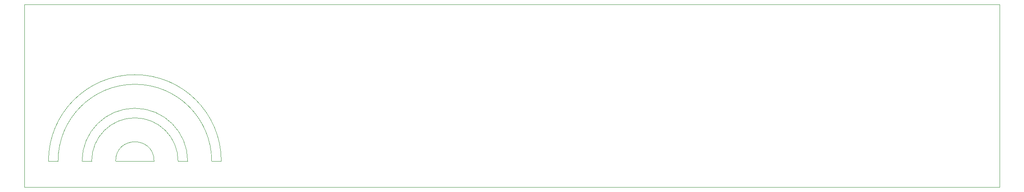
<source format=gbr>
G04 #@! TF.GenerationSoftware,KiCad,Pcbnew,5.1.5-52549c5~84~ubuntu18.04.1*
G04 #@! TF.CreationDate,2020-03-05T17:39:08-06:00*
G04 #@! TF.ProjectId,Valpo-PCB-Ruler,56616c70-6f2d-4504-9342-2d52756c6572,rev?*
G04 #@! TF.SameCoordinates,Original*
G04 #@! TF.FileFunction,Profile,NP*
%FSLAX46Y46*%
G04 Gerber Fmt 4.6, Leading zero omitted, Abs format (unit mm)*
G04 Created by KiCad (PCBNEW 5.1.5-52549c5~84~ubuntu18.04.1) date 2020-03-05 17:39:08*
%MOMM*%
%LPD*%
G04 APERTURE LIST*
%ADD10C,0.120000*%
%ADD11C,0.050000*%
G04 APERTURE END LIST*
D10*
X57793500Y-96108000D02*
X55793500Y-96108000D01*
X64793500Y-96108000D02*
X62793500Y-96108000D01*
X89793500Y-96108000D02*
X91793500Y-96108000D01*
X82793500Y-96108000D02*
X84793500Y-96108000D01*
X69793500Y-96108000D02*
X77793500Y-96108000D01*
X57793500Y-96108000D02*
G75*
G02X89793500Y-96108000I16000000J0D01*
G01*
X55793500Y-96108000D02*
G75*
G02X91793500Y-96108000I18000000J0D01*
G01*
X64793500Y-96108000D02*
G75*
G02X82793500Y-96108000I9000000J0D01*
G01*
X62793500Y-96108000D02*
G75*
G02X84793500Y-96108000I11000000J0D01*
G01*
X69793500Y-96108000D02*
G75*
G02X77793500Y-96108000I4000000J0D01*
G01*
D11*
X254000000Y-63500000D02*
X50800000Y-63500000D01*
X254000000Y-101600000D02*
X50800000Y-101600000D01*
X254000000Y-101600000D02*
X254000000Y-63500000D01*
X50800000Y-63500000D02*
X50800000Y-101600000D01*
M02*

</source>
